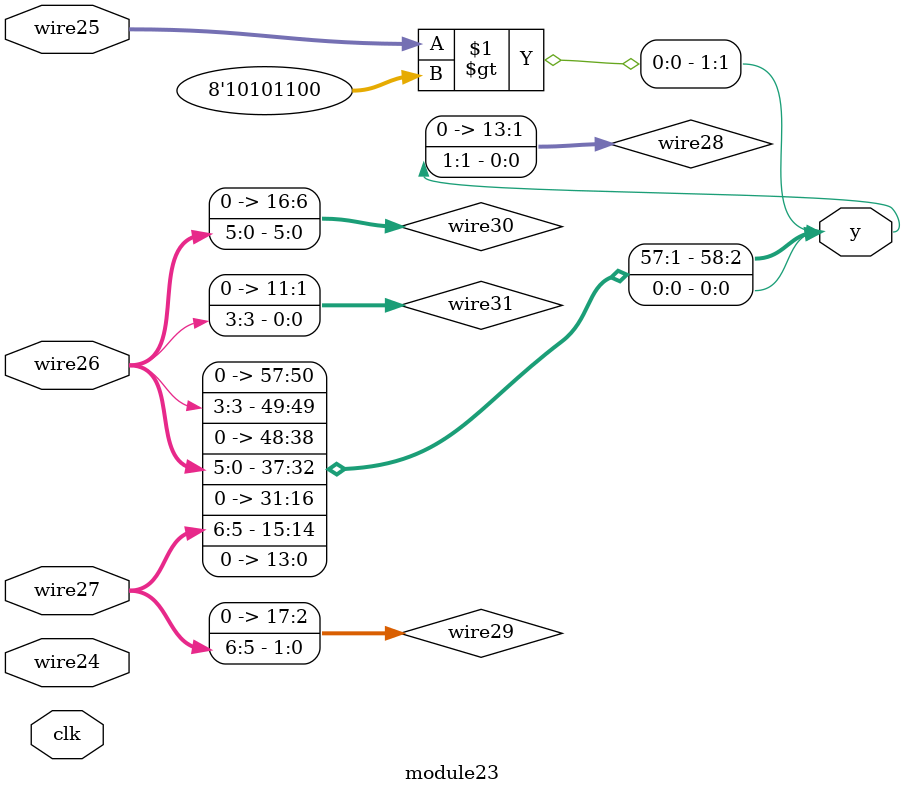
<source format=v>
module top
#(parameter param227 = ((8'ha0) >= (({((8'ha0) < (8'h9c))} ? (8'hba) : {((8'had) ? (8'ha3) : (8'hb6))}) ? (+({(8'hb2)} ? {(8'ha5), (8'hbc)} : ((8'hb8) ? (8'hb7) : (8'ha9)))) : (~^(((7'h44) ? (8'hb0) : (8'hac)) ? ((8'ha3) && (8'h9e)) : ((8'ha9) ? (8'hbd) : (8'h9d)))))))
(y, clk, wire0, wire1, wire2, wire3);
  output wire [(32'h1a0):(32'h0)] y;
  input wire [(1'h0):(1'h0)] clk;
  input wire [(5'h15):(1'h0)] wire0;
  input wire [(5'h14):(1'h0)] wire1;
  input wire signed [(4'hd):(1'h0)] wire2;
  input wire signed [(3'h6):(1'h0)] wire3;
  wire signed [(3'h7):(1'h0)] wire226;
  wire signed [(4'hf):(1'h0)] wire225;
  wire [(4'hd):(1'h0)] wire224;
  wire [(5'h13):(1'h0)] wire222;
  wire [(4'he):(1'h0)] wire221;
  wire signed [(5'h14):(1'h0)] wire220;
  wire signed [(4'hc):(1'h0)] wire219;
  wire signed [(4'hd):(1'h0)] wire218;
  wire signed [(4'h8):(1'h0)] wire217;
  wire signed [(5'h11):(1'h0)] wire216;
  wire signed [(4'hd):(1'h0)] wire215;
  wire [(5'h10):(1'h0)] wire4;
  wire signed [(5'h13):(1'h0)] wire14;
  wire signed [(5'h13):(1'h0)] wire15;
  wire [(5'h11):(1'h0)] wire16;
  wire [(4'ha):(1'h0)] wire17;
  wire [(3'h6):(1'h0)] wire209;
  wire signed [(4'hb):(1'h0)] wire211;
  wire signed [(5'h12):(1'h0)] wire212;
  wire [(5'h15):(1'h0)] wire213;
  reg [(4'hc):(1'h0)] reg223 = (1'h0);
  reg signed [(3'h6):(1'h0)] reg13 = (1'h0);
  reg [(5'h11):(1'h0)] reg12 = (1'h0);
  reg signed [(5'h15):(1'h0)] reg11 = (1'h0);
  reg [(5'h12):(1'h0)] reg10 = (1'h0);
  reg [(4'he):(1'h0)] reg9 = (1'h0);
  reg [(3'h5):(1'h0)] reg8 = (1'h0);
  reg [(5'h14):(1'h0)] reg7 = (1'h0);
  reg signed [(2'h2):(1'h0)] reg6 = (1'h0);
  reg signed [(4'hc):(1'h0)] reg5 = (1'h0);
  assign y = {wire226,
                 wire225,
                 wire224,
                 wire222,
                 wire221,
                 wire220,
                 wire219,
                 wire218,
                 wire217,
                 wire216,
                 wire215,
                 wire4,
                 wire14,
                 wire15,
                 wire16,
                 wire17,
                 wire209,
                 wire211,
                 wire212,
                 wire213,
                 reg223,
                 reg13,
                 reg12,
                 reg11,
                 reg10,
                 reg9,
                 reg8,
                 reg7,
                 reg6,
                 reg5,
                 (1'h0)};
  assign wire4 = wire1[(4'h9):(1'h1)];
  always
    @(posedge clk) begin
      if ($unsigned({$unsigned({wire4, wire0})}))
        begin
          if ((wire3[(1'h1):(1'h1)] > $unsigned($signed({{wire3, wire0},
              (wire2 <= wire3)}))))
            begin
              reg5 <= $signed((7'h42));
              reg6 <= {(~|wire4)};
              reg7 <= (^~reg5[(3'h5):(1'h1)]);
              reg8 <= ($signed($unsigned($unsigned((wire3 ^~ reg5)))) > (^{$signed((8'hab))}));
            end
          else
            begin
              reg5 <= $unsigned($signed($signed((reg7 ~^ $signed((8'hbf))))));
              reg6 <= $signed((-($unsigned(reg7[(4'hf):(4'hf)]) ?
                  wire3[(2'h3):(1'h0)] : {$signed(wire1)})));
              reg7 <= (8'hab);
            end
          reg9 <= $unsigned((wire0[(4'he):(3'h5)] <<< (reg8 & wire1)));
        end
      else
        begin
          if ($signed($unsigned((($unsigned(reg9) ?
              $signed(reg5) : (wire0 <<< wire4)) << $signed((~^(8'hb3)))))))
            begin
              reg5 <= ($signed(reg8) ? wire0 : (+wire0[(5'h15):(5'h12)]));
              reg6 <= (^~(wire0 * (wire1 ?
                  $signed((8'haf)) : $signed((reg7 < (8'haa))))));
              reg7 <= {$signed(($signed({reg8, reg5}) ~^ wire1)),
                  ((-(wire4[(4'he):(3'h6)] && (~wire3))) ~^ $unsigned(wire0[(4'hf):(4'hb)]))};
              reg8 <= ({reg6} <<< $unsigned({((^wire1) ?
                      $signed(wire4) : $unsigned(wire3)),
                  ((-(8'ha7)) ? (^reg9) : (reg8 ? wire1 : reg9))}));
            end
          else
            begin
              reg5 <= (~^(reg5 ?
                  ({{reg6}} ?
                      wire2 : ((!reg7) ? (&reg8) : $unsigned(wire2))) : wire2));
            end
          reg9 <= (~^(~&{$unsigned($signed(wire3))}));
          if (wire4)
            begin
              reg10 <= ({$unsigned($signed($signed(wire2)))} ?
                  (&($signed({wire1, reg7}) - ({wire4} ?
                      {wire4,
                          reg5} : $unsigned(wire0)))) : wire0[(3'h4):(2'h3)]);
            end
          else
            begin
              reg10 <= (({wire2, (~^$unsigned(reg5))} | ({{(8'ha6), reg10}} ?
                      $signed(((8'h9d) ?
                          (8'hb2) : reg5)) : wire2[(4'hb):(3'h6)])) ?
                  (8'ha6) : wire2);
            end
          if (((-reg6) ^ (|(wire4[(4'hc):(3'h7)] ?
              $signed($unsigned(wire3)) : $unsigned((wire1 <<< (7'h44)))))))
            begin
              reg11 <= reg9;
              reg12 <= {(((~&wire4) ?
                          $signed(((8'h9e) && (8'h9e))) : {{reg9, reg5},
                              $unsigned(reg7)}) ?
                      (wire1 ?
                          ($signed(reg10) ?
                              (wire3 ?
                                  reg5 : wire4) : (reg6 & wire4)) : (+(8'ha4))) : (8'h9e)),
                  (reg6[(1'h0):(1'h0)] ? wire4 : (7'h40))};
            end
          else
            begin
              reg11 <= ((wire3[(2'h3):(1'h0)] * wire2[(3'h5):(1'h1)]) ?
                  (reg7[(1'h1):(1'h0)] ?
                      $signed((wire2[(3'h5):(1'h0)] << (reg8 ?
                          wire0 : reg6))) : (reg6[(1'h0):(1'h0)] >= $signed($unsigned(reg6)))) : reg8);
            end
          reg13 <= (reg10[(4'h9):(3'h7)] ?
              $unsigned((reg11 || ($unsigned(reg12) ^ $unsigned(reg8)))) : (~^(reg5[(3'h7):(3'h7)] ?
                  reg11 : $unsigned(reg9))));
        end
    end
  assign wire14 = $signed(wire0);
  assign wire15 = wire4;
  assign wire16 = (~({reg13,
                          ((reg7 ? wire15 : reg8) >>> wire14[(1'h1):(1'h0)])} ?
                      ($signed((wire3 ? reg6 : reg13)) ?
                          wire2[(4'ha):(2'h2)] : $unsigned($signed(reg6))) : $signed(((~^reg11) | reg9[(4'he):(3'h6)]))));
  assign wire17 = (($signed((+(wire14 ?
                      wire16 : (8'hae)))) && {$unsigned($signed(reg9)),
                      ($signed(wire16) >> (wire1 + (8'h9e)))}) <= {(!wire2[(4'h9):(4'h9)])});
  module18 #() modinst210 (.wire21(reg12), .wire20(wire16), .wire19(wire15), .y(wire209), .clk(clk), .wire22(reg11));
  assign wire211 = wire0[(4'hb):(3'h5)];
  assign wire212 = ({reg13, wire1} ?
                       (^~($unsigned(reg7[(4'h8):(1'h1)]) >> (&wire14))) : ({wire16[(2'h2):(2'h2)]} ?
                           $signed((~|wire2)) : wire2[(1'h0):(1'h0)]));
  module37 #() modinst214 (wire213, clk, reg13, wire14, wire211, reg7, wire16);
  assign wire215 = wire0[(4'h8):(2'h3)];
  assign wire216 = $signed(reg8);
  assign wire217 = (8'hb2);
  assign wire218 = {(reg13[(1'h0):(1'h0)] <<< wire3[(3'h6):(3'h6)])};
  assign wire219 = ((&{({wire15, reg8} != (^~(8'h9c))), (~^reg11)}) ?
                       $signed($signed(wire217)) : wire14);
  assign wire220 = (&({$unsigned((reg12 ? wire209 : reg5))} ?
                       (reg13 + $signed($signed(wire217))) : (^$unsigned((~|reg8)))));
  assign wire221 = reg8;
  assign wire222 = reg8[(2'h3):(1'h1)];
  always
    @(posedge clk) begin
      reg223 <= $signed(reg12[(4'h8):(2'h3)]);
    end
  assign wire224 = (~|wire17);
  assign wire225 = reg8;
  assign wire226 = ((&(wire215[(1'h0):(1'h0)] || $unsigned(wire14[(4'hf):(4'hd)]))) ?
                       wire212 : wire211);
endmodule

module module18  (y, clk, wire22, wire21, wire20, wire19);
  output wire [(32'h1fe):(32'h0)] y;
  input wire [(1'h0):(1'h0)] clk;
  input wire [(5'h14):(1'h0)] wire22;
  input wire [(5'h11):(1'h0)] wire21;
  input wire signed [(4'hb):(1'h0)] wire20;
  input wire [(5'h13):(1'h0)] wire19;
  wire signed [(2'h3):(1'h0)] wire208;
  wire signed [(3'h7):(1'h0)] wire207;
  wire signed [(5'h10):(1'h0)] wire206;
  wire signed [(3'h4):(1'h0)] wire107;
  wire signed [(4'h9):(1'h0)] wire36;
  wire signed [(4'h9):(1'h0)] wire34;
  wire [(5'h14):(1'h0)] wire109;
  wire signed [(4'hd):(1'h0)] wire110;
  wire [(4'hb):(1'h0)] wire125;
  wire signed [(2'h3):(1'h0)] wire126;
  wire signed [(4'hf):(1'h0)] wire127;
  wire signed [(3'h7):(1'h0)] wire145;
  wire [(4'hf):(1'h0)] wire147;
  wire signed [(4'hd):(1'h0)] wire148;
  wire [(4'ha):(1'h0)] wire149;
  wire [(2'h3):(1'h0)] wire162;
  wire [(4'hd):(1'h0)] wire164;
  wire signed [(3'h7):(1'h0)] wire165;
  wire signed [(4'h8):(1'h0)] wire204;
  reg signed [(4'h9):(1'h0)] reg163 = (1'h0);
  reg signed [(2'h2):(1'h0)] reg161 = (1'h0);
  reg signed [(4'h8):(1'h0)] reg160 = (1'h0);
  reg [(2'h2):(1'h0)] reg159 = (1'h0);
  reg [(5'h13):(1'h0)] reg158 = (1'h0);
  reg signed [(3'h7):(1'h0)] reg157 = (1'h0);
  reg signed [(3'h7):(1'h0)] reg156 = (1'h0);
  reg signed [(4'he):(1'h0)] reg155 = (1'h0);
  reg [(4'h8):(1'h0)] reg154 = (1'h0);
  reg signed [(5'h13):(1'h0)] reg153 = (1'h0);
  reg signed [(5'h11):(1'h0)] reg152 = (1'h0);
  reg signed [(3'h6):(1'h0)] reg151 = (1'h0);
  reg [(5'h12):(1'h0)] reg150 = (1'h0);
  reg signed [(5'h14):(1'h0)] reg128 = (1'h0);
  reg signed [(4'hd):(1'h0)] reg124 = (1'h0);
  reg signed [(4'h9):(1'h0)] reg123 = (1'h0);
  reg signed [(5'h12):(1'h0)] reg122 = (1'h0);
  reg signed [(2'h2):(1'h0)] reg121 = (1'h0);
  reg signed [(5'h13):(1'h0)] reg120 = (1'h0);
  reg [(5'h14):(1'h0)] reg119 = (1'h0);
  reg [(3'h7):(1'h0)] reg118 = (1'h0);
  reg [(3'h5):(1'h0)] reg117 = (1'h0);
  reg [(4'he):(1'h0)] reg116 = (1'h0);
  reg [(4'h9):(1'h0)] reg115 = (1'h0);
  reg signed [(4'he):(1'h0)] reg114 = (1'h0);
  reg [(4'hd):(1'h0)] reg113 = (1'h0);
  reg signed [(4'hf):(1'h0)] reg112 = (1'h0);
  reg signed [(4'h9):(1'h0)] reg111 = (1'h0);
  assign y = {wire208,
                 wire207,
                 wire206,
                 wire107,
                 wire36,
                 wire34,
                 wire109,
                 wire110,
                 wire125,
                 wire126,
                 wire127,
                 wire145,
                 wire147,
                 wire148,
                 wire149,
                 wire162,
                 wire164,
                 wire165,
                 wire204,
                 reg163,
                 reg161,
                 reg160,
                 reg159,
                 reg158,
                 reg157,
                 reg156,
                 reg155,
                 reg154,
                 reg153,
                 reg152,
                 reg151,
                 reg150,
                 reg128,
                 reg124,
                 reg123,
                 reg122,
                 reg121,
                 reg120,
                 reg119,
                 reg118,
                 reg117,
                 reg116,
                 reg115,
                 reg114,
                 reg113,
                 reg112,
                 reg111,
                 (1'h0)};
  module23 #() modinst35 (.wire24(wire19), .y(wire34), .clk(clk), .wire27(wire22), .wire26(wire20), .wire25(wire21));
  assign wire36 = $unsigned(wire20[(1'h0):(1'h0)]);
  module37 #() modinst108 (wire107, clk, wire22, wire20, wire19, wire34, wire21);
  assign wire109 = (($unsigned($signed($unsigned(wire34))) ?
                       ((~$unsigned(wire22)) - ($unsigned(wire21) == (~&wire20))) : wire36) == $signed(wire19[(4'hb):(2'h2)]));
  assign wire110 = $unsigned(((wire21 != ((^~wire36) ?
                       (wire19 <= wire107) : wire107[(3'h4):(1'h1)])) >= (wire20 | (((8'ha5) << wire19) ?
                       (8'hbd) : $unsigned(wire21)))));
  always
    @(posedge clk) begin
      reg111 <= (~&(({(&wire107), (wire19 ? (8'hb8) : wire21)} ?
          ({(8'hb5)} ? {wire107, (7'h44)} : {wire36, wire36}) : ((+wire107) ?
              $signed(wire110) : $signed(wire19))) <= wire34[(3'h6):(3'h5)]));
      if ({$unsigned(($unsigned($signed(wire19)) ?
              ((&wire34) ? (!wire34) : {wire22, wire109}) : wire19))})
        begin
          if (wire21[(4'he):(3'h5)])
            begin
              reg112 <= $unsigned($unsigned(wire36));
            end
          else
            begin
              reg112 <= (wire36 ? wire21[(4'hf):(4'ha)] : $signed(wire22));
              reg113 <= (wire36 ?
                  ($unsigned((~&(reg112 >> wire21))) ?
                      reg112[(4'hc):(3'h4)] : wire109[(2'h3):(2'h3)]) : (-reg111[(3'h6):(2'h2)]));
            end
          reg114 <= ($unsigned(((^~(reg111 ? wire20 : wire21)) ?
                  reg113[(4'hc):(3'h6)] : $signed(wire36[(1'h1):(1'h1)]))) ?
              (|reg112[(1'h1):(1'h0)]) : wire34);
          reg115 <= reg112;
        end
      else
        begin
          reg112 <= $signed($signed($signed(reg115[(1'h0):(1'h0)])));
          if ($signed($unsigned(((~&{wire21}) >> reg114[(4'hc):(3'h7)]))))
            begin
              reg113 <= $unsigned($unsigned($unsigned($signed(wire34[(4'h9):(3'h7)]))));
              reg114 <= (-reg113[(4'h8):(1'h1)]);
              reg115 <= wire36[(3'h6):(3'h4)];
              reg116 <= wire19;
            end
          else
            begin
              reg113 <= (wire107 ?
                  wire21[(5'h10):(5'h10)] : ((^(wire36[(3'h7):(1'h1)] && $signed((8'hb2)))) ?
                      (&$unsigned((^~(8'h9e)))) : reg112));
              reg114 <= $signed($signed($unsigned($signed($signed(wire107)))));
            end
          reg117 <= ((!(reg115 > (((8'hb3) ? (8'hbe) : reg112) <= {reg115}))) ?
              $signed(((^(wire110 || wire20)) < (^(wire20 ?
                  (8'had) : reg115)))) : $signed(wire36[(3'h5):(2'h3)]));
          reg118 <= reg115[(1'h0):(1'h0)];
          reg119 <= ((^~($signed($signed(wire19)) ?
                  wire20 : $signed((!reg117)))) ?
              wire19[(3'h6):(2'h3)] : (wire34 ?
                  $unsigned(reg111) : (wire109[(3'h5):(1'h1)] >>> (wire22 ?
                      reg113[(4'h9):(3'h4)] : $unsigned(wire19)))));
        end
      if ((wire21[(5'h10):(4'h9)] ?
          (wire34[(3'h7):(2'h3)] >>> reg115[(2'h2):(2'h2)]) : (^reg112)))
        begin
          reg120 <= wire109;
          reg121 <= wire21;
          reg122 <= {(!($signed((^reg117)) ?
                  reg121[(1'h0):(1'h0)] : reg120[(3'h6):(2'h2)]))};
        end
      else
        begin
          if (($unsigned(wire107[(2'h2):(2'h2)]) >>> {reg115}))
            begin
              reg120 <= ($signed(wire19) && $signed($signed(wire22[(5'h11):(3'h7)])));
              reg121 <= wire34[(4'h8):(2'h2)];
              reg122 <= reg111;
              reg123 <= (~{(~&((reg122 ~^ (8'ha6)) - $unsigned(reg121)))});
            end
          else
            begin
              reg120 <= (|{($signed($unsigned(reg116)) ?
                      ($unsigned(wire21) ?
                          reg111 : wire22[(5'h14):(4'h8)]) : reg116[(1'h0):(1'h0)]),
                  (((reg123 ? reg120 : reg118) ?
                          $signed(reg112) : $signed(wire19)) ?
                      ((~&reg115) <= $unsigned(wire19)) : wire107)});
              reg121 <= reg113[(3'h4):(2'h3)];
              reg122 <= ($signed((^~(!(reg117 + wire34)))) ?
                  (&$unsigned(({(7'h41), reg122} ?
                      (reg115 ?
                          wire21 : reg111) : $signed(reg111)))) : wire110[(4'h9):(3'h5)]);
            end
        end
      reg124 <= (~&(^reg118[(2'h3):(1'h1)]));
    end
  assign wire125 = (^~(reg118[(3'h5):(3'h4)] * {reg114[(3'h4):(2'h3)]}));
  assign wire126 = $unsigned((reg114[(2'h3):(1'h0)] + $signed(({reg116,
                       reg117} != wire125))));
  assign wire127 = reg124[(1'h1):(1'h1)];
  always
    @(posedge clk) begin
      reg128 <= ($signed($unsigned(($signed(wire22) ?
          wire22[(3'h4):(1'h1)] : reg118))) >= ((8'ha4) >>> reg118));
    end
  module129 #() modinst146 (wire145, clk, reg115, wire20, wire109, reg124);
  assign wire147 = reg122;
  assign wire148 = wire107[(1'h1):(1'h1)];
  assign wire149 = (($unsigned((reg121[(1'h1):(1'h1)] ?
                               (reg113 ^~ reg113) : reg114[(3'h4):(2'h3)])) ?
                           (|((reg116 || reg112) ?
                               ((7'h41) ? wire21 : wire147) : (wire145 ?
                                   reg124 : wire110))) : {(&(reg114 & reg111))}) ?
                       wire20[(4'ha):(4'ha)] : ((({reg118} && wire36[(1'h1):(1'h0)]) ?
                           $unsigned({reg117, wire36}) : {(reg111 ?
                                   wire34 : wire22),
                               $unsigned(wire22)}) <<< $signed(({(7'h42)} ^~ wire20))));
  always
    @(posedge clk) begin
      reg150 <= (~&wire109);
      if ($signed(((~&($unsigned(reg119) >>> $signed((8'hb4)))) ?
          ($unsigned($unsigned(reg119)) | reg114) : reg118)))
        begin
          reg151 <= (7'h41);
          if ((~|reg151))
            begin
              reg152 <= ((~$unsigned(wire127)) ^ reg118[(3'h6):(1'h0)]);
              reg153 <= wire36[(3'h6):(1'h0)];
            end
          else
            begin
              reg152 <= ($unsigned(wire125[(4'hb):(4'hb)]) ?
                  wire22[(1'h0):(1'h0)] : reg122);
              reg153 <= ((~(wire20 == $signed($signed(reg112)))) ?
                  {wire34[(4'h9):(3'h6)]} : ((^~wire109[(4'hb):(1'h0)]) * (wire125 != reg121)));
              reg154 <= (reg122[(3'h4):(2'h2)] ?
                  reg114[(4'h8):(1'h1)] : (reg153 && reg119[(4'hf):(2'h2)]));
            end
          reg155 <= reg120;
          reg156 <= $signed(((^~$unsigned((reg115 ? wire127 : (8'ha1)))) ?
              $unsigned($unsigned({wire126, (8'hb0)})) : (reg152 ?
                  $unsigned(((8'ha4) ? (7'h44) : (8'hbb))) : wire22)));
          reg157 <= wire22;
        end
      else
        begin
          reg151 <= (~|(reg117 ?
              $unsigned(reg122) : $unsigned(($signed(wire148) ?
                  wire34[(2'h2):(2'h2)] : (wire148 ? reg120 : reg157)))));
          if ((((wire147 ?
              reg114[(2'h2):(1'h1)] : ((!wire110) ?
                  $unsigned(wire36) : {wire126,
                      (8'hae)})) || wire145) || ((-reg154[(3'h5):(3'h4)]) ?
              ((~^(reg157 ?
                  reg155 : reg117)) > reg157[(1'h1):(1'h0)]) : wire125)))
            begin
              reg152 <= ({(!$signed(reg151))} == $unsigned(((-$signed(wire126)) ?
                  reg151[(3'h5):(2'h2)] : (~$unsigned((8'hb9))))));
              reg153 <= $unsigned(reg118[(3'h4):(2'h3)]);
              reg154 <= $signed((reg156[(3'h7):(3'h4)] * wire125[(4'h8):(3'h7)]));
              reg155 <= wire34[(2'h2):(2'h2)];
              reg156 <= ({$signed(({wire107, wire148} ?
                      wire22 : (reg151 ^~ reg152)))} > $signed(wire125));
            end
          else
            begin
              reg152 <= $signed((!$signed(reg150[(5'h12):(2'h3)])));
              reg153 <= (~|$signed($signed((|$signed(reg120)))));
              reg154 <= ({reg156, reg123} ?
                  ((reg116[(4'ha):(1'h0)] ?
                      ((reg121 ?
                          wire110 : wire34) < $signed(wire125)) : ((reg114 ?
                              reg113 : (8'ha7)) ?
                          wire21[(4'h9):(1'h0)] : $unsigned(reg111))) && wire109) : $unsigned((~(((8'ha8) ?
                      (8'had) : reg121) * ((8'haf) <<< reg123)))));
              reg155 <= $signed((^~$unsigned($signed((reg118 << reg111)))));
              reg156 <= (-$signed($unsigned($signed(((8'ha0) != reg155)))));
            end
          reg157 <= ((^~{{{wire148}, reg114[(4'he):(2'h2)]}, {reg116}}) ?
              $signed({reg116}) : wire127);
          reg158 <= (~&(((8'ha9) ?
                  (^$signed(wire109)) : $signed((reg153 ? reg118 : wire20))) ?
              (|$signed((!wire22))) : $signed(((^~reg128) ?
                  ((8'ha2) >> reg120) : (~|wire147)))));
          reg159 <= (({(7'h41)} ?
              $unsigned(reg124) : (wire109[(5'h12):(4'hf)] ?
                  reg113 : ({reg151,
                      (8'ha6)} * wire110[(1'h1):(1'h1)]))) << $signed($unsigned(reg158)));
        end
      reg160 <= (^~($unsigned($unsigned(reg157)) ?
          $signed(((reg150 != (8'hb1)) || wire110)) : reg159[(1'h0):(1'h0)]));
      reg161 <= wire127;
    end
  assign wire162 = (+$unsigned($unsigned({reg111})));
  always
    @(posedge clk) begin
      reg163 <= wire125;
    end
  assign wire164 = reg160;
  assign wire165 = ($unsigned($unsigned(((~reg118) <= reg151))) < {(^~reg119)});
  module166 #() modinst205 (.clk(clk), .wire169(wire19), .wire171(reg120), .wire168(wire109), .wire170(wire165), .y(wire204), .wire167(reg116));
  assign wire206 = reg114[(1'h0):(1'h0)];
  assign wire207 = (({((reg123 ? reg150 : reg117) ^~ (^wire149)),
                               (wire165 ?
                                   (|reg153) : ((8'haa) ? (8'hbd) : (8'hac)))} ?
                           {{(reg117 ? (7'h44) : wire164)}} : (8'ha4)) ?
                       reg150 : reg123[(3'h5):(3'h4)]);
  assign wire208 = (((|(reg156 ^~ (!reg121))) ?
                       (~^($signed(reg120) ?
                           (reg117 ?
                               wire36 : wire126) : $signed(wire125))) : ((^(+reg157)) ?
                           (wire162 ?
                               wire34[(4'h9):(4'h8)] : wire147[(4'ha):(1'h0)]) : $unsigned(wire145[(3'h5):(2'h2)]))) <= {(~|wire207[(3'h6):(2'h2)]),
                       {wire145[(2'h2):(2'h2)], $unsigned($signed((8'ha0)))}});
endmodule

module module166
#(parameter param203 = (~{((((7'h40) >>> (8'ha5)) ? (~&(8'hac)) : {(8'haf)}) >>> (-((8'hbb) ? (8'ha2) : (8'hbf))))}))
(y, clk, wire171, wire170, wire169, wire168, wire167);
  output wire [(32'h139):(32'h0)] y;
  input wire [(1'h0):(1'h0)] clk;
  input wire signed [(5'h13):(1'h0)] wire171;
  input wire signed [(2'h3):(1'h0)] wire170;
  input wire signed [(3'h6):(1'h0)] wire169;
  input wire signed [(4'ha):(1'h0)] wire168;
  input wire signed [(4'hc):(1'h0)] wire167;
  wire [(3'h6):(1'h0)] wire201;
  wire [(3'h5):(1'h0)] wire200;
  wire signed [(4'he):(1'h0)] wire174;
  wire [(3'h6):(1'h0)] wire173;
  wire [(4'hc):(1'h0)] wire172;
  reg [(3'h5):(1'h0)] reg202 = (1'h0);
  reg [(3'h7):(1'h0)] reg199 = (1'h0);
  reg signed [(5'h10):(1'h0)] reg198 = (1'h0);
  reg signed [(4'hc):(1'h0)] reg197 = (1'h0);
  reg [(4'h8):(1'h0)] reg196 = (1'h0);
  reg signed [(4'h8):(1'h0)] reg195 = (1'h0);
  reg [(4'h9):(1'h0)] reg194 = (1'h0);
  reg signed [(4'he):(1'h0)] reg193 = (1'h0);
  reg signed [(4'hc):(1'h0)] reg192 = (1'h0);
  reg signed [(4'hc):(1'h0)] reg191 = (1'h0);
  reg [(5'h12):(1'h0)] reg190 = (1'h0);
  reg signed [(5'h12):(1'h0)] reg189 = (1'h0);
  reg [(5'h14):(1'h0)] reg188 = (1'h0);
  reg [(4'h8):(1'h0)] reg187 = (1'h0);
  reg [(4'hf):(1'h0)] reg186 = (1'h0);
  reg signed [(2'h2):(1'h0)] reg185 = (1'h0);
  reg signed [(4'h9):(1'h0)] reg184 = (1'h0);
  reg signed [(4'h8):(1'h0)] reg183 = (1'h0);
  reg signed [(4'h9):(1'h0)] reg182 = (1'h0);
  reg [(4'ha):(1'h0)] reg181 = (1'h0);
  reg signed [(2'h2):(1'h0)] reg180 = (1'h0);
  reg [(4'hc):(1'h0)] reg179 = (1'h0);
  reg [(3'h6):(1'h0)] reg178 = (1'h0);
  reg signed [(4'hf):(1'h0)] reg177 = (1'h0);
  reg signed [(4'h9):(1'h0)] reg176 = (1'h0);
  reg [(3'h5):(1'h0)] reg175 = (1'h0);
  assign y = {wire201,
                 wire200,
                 wire174,
                 wire173,
                 wire172,
                 reg202,
                 reg199,
                 reg198,
                 reg197,
                 reg196,
                 reg195,
                 reg194,
                 reg193,
                 reg192,
                 reg191,
                 reg190,
                 reg189,
                 reg188,
                 reg187,
                 reg186,
                 reg185,
                 reg184,
                 reg183,
                 reg182,
                 reg181,
                 reg180,
                 reg179,
                 reg178,
                 reg177,
                 reg176,
                 reg175,
                 (1'h0)};
  assign wire172 = wire167[(2'h3):(2'h2)];
  assign wire173 = {wire167};
  assign wire174 = wire168[(1'h0):(1'h0)];
  always
    @(posedge clk) begin
      reg175 <= $unsigned($unsigned({wire167[(4'hc):(4'hc)],
          ((wire170 ? wire173 : (7'h44)) ^~ (wire169 >> wire171))}));
      reg176 <= wire167[(2'h3):(1'h0)];
      if (wire173[(3'h6):(1'h1)])
        begin
          reg177 <= wire172[(4'hc):(4'h9)];
          reg178 <= {wire174[(4'ha):(4'ha)], wire173};
          reg179 <= wire167;
          if (wire170[(1'h0):(1'h0)])
            begin
              reg180 <= $signed(((((8'ha5) ?
                      (8'ha9) : (8'hb7)) <= (wire173 << $signed(reg175))) ?
                  $unsigned(({(8'hb3), wire171} ?
                      wire167 : (wire170 ?
                          wire172 : wire173))) : $unsigned($unsigned($unsigned(wire174)))));
            end
          else
            begin
              reg180 <= ((reg179 << {(~^wire173[(3'h5):(1'h0)]),
                  wire172}) != (wire168[(2'h3):(1'h0)] ?
                  $signed($unsigned(wire169[(1'h1):(1'h1)])) : (-(reg176 | {wire171}))));
              reg181 <= $unsigned(wire173[(2'h2):(1'h1)]);
              reg182 <= reg176[(2'h2):(2'h2)];
            end
          reg183 <= (reg176 ?
              $signed((wire168 * (~&$signed(wire171)))) : $unsigned($signed((~(~^wire171)))));
        end
      else
        begin
          reg177 <= wire174;
          if ({$unsigned({($signed(reg175) >>> $unsigned((8'ha0))),
                  reg181[(3'h4):(2'h3)]}),
              ($signed(($signed(wire170) ?
                  reg179[(4'ha):(4'ha)] : (reg181 + (7'h41)))) >= {({(8'hbd),
                          reg177} ?
                      (reg178 ? reg177 : wire172) : (reg176 && (8'hb3))),
                  (~|reg178)})})
            begin
              reg178 <= (&reg179);
              reg179 <= $signed(wire172);
            end
          else
            begin
              reg178 <= wire167[(3'h7):(3'h7)];
              reg179 <= $signed(wire174[(3'h4):(3'h4)]);
              reg180 <= $unsigned(wire170[(2'h3):(2'h2)]);
              reg181 <= reg177[(3'h5):(1'h1)];
              reg182 <= (~&wire169);
            end
        end
      if (reg175)
        begin
          reg184 <= reg181;
          reg185 <= $unsigned((8'haa));
          reg186 <= ($unsigned(reg179) ?
              $signed((reg183[(2'h2):(1'h1)] ?
                  $unsigned((+(8'hb0))) : reg183)) : wire167);
          if (($signed(reg184[(1'h1):(1'h0)]) ?
              $signed(($signed((8'hb8)) ?
                  ((reg183 >= reg175) ?
                      (^wire168) : {(8'hae),
                          reg186}) : reg179[(4'hb):(3'h6)])) : $unsigned(({(reg179 | reg182)} ?
                  $signed(((7'h43) | reg182)) : wire168))))
            begin
              reg187 <= reg185[(2'h2):(2'h2)];
              reg188 <= $unsigned(reg181);
            end
          else
            begin
              reg187 <= $unsigned(($signed(reg188[(4'h9):(2'h2)]) ?
                  (((^~reg186) != $signed((8'ha9))) || (8'haf)) : {reg175[(1'h0):(1'h0)]}));
            end
        end
      else
        begin
          reg184 <= ({(~&((wire172 > (8'hb1)) & reg177))} >> (!wire171[(2'h3):(2'h2)]));
        end
      if (reg187)
        begin
          reg189 <= reg181;
          reg190 <= (({($signed(reg180) - $unsigned(wire170))} > wire170[(2'h2):(1'h0)]) ^~ $signed(($signed($signed(reg176)) && $signed(((8'hbf) ?
              reg189 : (8'h9c))))));
          reg191 <= reg175;
          if (($unsigned($signed($signed((reg178 ^~ (8'hbe))))) ?
              (((~((8'hae) ? reg188 : (8'ha7))) && $signed($signed(reg182))) ?
                  $unsigned(($unsigned((8'hbb)) ?
                      (reg175 ^ wire172) : wire167)) : wire170[(1'h0):(1'h0)]) : wire167[(1'h0):(1'h0)]))
            begin
              reg192 <= reg177;
              reg193 <= (|reg185[(1'h0):(1'h0)]);
              reg194 <= $signed(((~|(((8'ha1) ? reg182 : wire168) ?
                  (reg189 ?
                      reg193 : (8'hbc)) : (+reg189))) <= ($unsigned((reg176 ?
                  reg177 : wire169)) <= (reg180[(1'h0):(1'h0)] ?
                  (reg188 ~^ (8'hb7)) : (~wire172)))));
            end
          else
            begin
              reg192 <= $unsigned(reg189[(2'h3):(2'h2)]);
            end
          reg195 <= ((reg177 ^~ {reg187}) & (reg191 ?
              $signed($unsigned((reg192 ? reg181 : reg175))) : (((reg192 ?
                      wire168 : reg189) ?
                  {reg180, reg190} : reg176) ^~ $unsigned({wire172}))));
        end
      else
        begin
          reg189 <= ((reg184[(4'h8):(3'h7)] ?
              (wire169 ? (8'ha1) : (7'h42)) : ($unsigned((reg176 ?
                      reg188 : reg187)) ?
                  $signed(wire170) : wire169)) | (wire170[(1'h0):(1'h0)] ?
              reg179[(2'h2):(1'h0)] : $unsigned(wire174)));
          reg190 <= ((-reg188) * (^~reg183));
          if (wire174[(4'ha):(4'ha)])
            begin
              reg191 <= (reg176[(3'h5):(3'h4)] ?
                  reg183[(4'h8):(4'h8)] : (8'hbb));
              reg192 <= (~|(reg194[(3'h6):(1'h1)] ?
                  ($unsigned({(8'h9d), reg181}) ?
                      reg181 : reg187) : $signed($signed(reg175))));
            end
          else
            begin
              reg191 <= ((&({reg193[(4'h8):(3'h7)]} ?
                  ($unsigned((8'ha2)) ?
                      wire172 : reg177[(2'h2):(1'h0)]) : (~|$signed(reg191)))) <= reg182);
              reg192 <= (&reg183);
              reg193 <= $signed($signed((-$unsigned($signed((8'h9d))))));
            end
          if ((^(wire173[(2'h2):(1'h0)] < reg187)))
            begin
              reg194 <= $signed(reg187[(3'h4):(1'h0)]);
              reg195 <= $signed({reg176});
              reg196 <= ($signed($signed(reg177[(4'hb):(4'h9)])) ^~ reg190);
            end
          else
            begin
              reg194 <= reg181;
              reg195 <= ({{($signed(reg191) ?
                              (reg192 ~^ reg183) : (reg188 ? reg193 : wire170)),
                          (+$signed(reg177))}} ?
                  (~wire174[(4'hb):(3'h5)]) : $signed({($unsigned(reg184) ?
                          wire169[(3'h4):(2'h3)] : reg193[(1'h0):(1'h0)]),
                      $unsigned((8'ha0))}));
              reg196 <= reg188;
              reg197 <= $unsigned(wire171[(1'h0):(1'h0)]);
              reg198 <= wire168[(4'h9):(3'h5)];
            end
          reg199 <= $unsigned(((-{wire174[(4'hb):(3'h7)]}) ?
              reg176[(3'h6):(2'h2)] : ($signed(reg198[(4'ha):(4'ha)]) ?
                  $signed((&reg192)) : ($signed(wire167) ?
                      reg185[(2'h2):(1'h0)] : reg192[(3'h6):(2'h3)]))));
        end
    end
  assign wire200 = (($signed((|{reg180})) | $signed(reg197)) ?
                       (reg179 <= reg177[(4'hd):(4'ha)]) : {$signed(reg188[(5'h13):(3'h5)]),
                           (((reg186 & reg175) ? $signed((8'hbd)) : reg188) ?
                               $unsigned(reg199) : (7'h44))});
  assign wire201 = $signed($signed($unsigned((~|reg176))));
  always
    @(posedge clk) begin
      reg202 <= ((reg198 ? (8'h9e) : $unsigned(wire168)) ?
          $signed($signed(reg194)) : {(reg189[(4'ha):(4'h9)] ?
                  ($unsigned((8'ha8)) - (reg189 ?
                      (8'ha7) : reg180)) : (~&reg178[(2'h2):(1'h1)])),
              $unsigned((((8'hae) ? reg194 : wire172) ~^ $signed((8'hb2))))});
    end
endmodule

module module129  (y, clk, wire133, wire132, wire131, wire130);
  output wire [(32'h94):(32'h0)] y;
  input wire [(1'h0):(1'h0)] clk;
  input wire [(4'h9):(1'h0)] wire133;
  input wire signed [(3'h5):(1'h0)] wire132;
  input wire signed [(5'h14):(1'h0)] wire131;
  input wire signed [(4'hd):(1'h0)] wire130;
  wire [(3'h4):(1'h0)] wire144;
  wire signed [(4'hf):(1'h0)] wire143;
  wire signed [(5'h14):(1'h0)] wire142;
  wire [(5'h14):(1'h0)] wire141;
  wire signed [(5'h10):(1'h0)] wire140;
  wire [(3'h4):(1'h0)] wire139;
  wire signed [(5'h12):(1'h0)] wire138;
  wire signed [(4'hf):(1'h0)] wire137;
  wire signed [(5'h14):(1'h0)] wire136;
  wire [(4'hd):(1'h0)] wire135;
  wire [(2'h2):(1'h0)] wire134;
  assign y = {wire144,
                 wire143,
                 wire142,
                 wire141,
                 wire140,
                 wire139,
                 wire138,
                 wire137,
                 wire136,
                 wire135,
                 wire134,
                 (1'h0)};
  assign wire134 = (+(^(~(|$unsigned(wire133)))));
  assign wire135 = $unsigned({($unsigned(wire130[(1'h1):(1'h1)]) ?
                           $unsigned((wire132 ?
                               wire132 : wire134)) : wire133)});
  assign wire136 = $unsigned((8'ha7));
  assign wire137 = wire130;
  assign wire138 = wire135[(4'hb):(1'h1)];
  assign wire139 = wire134[(1'h0):(1'h0)];
  assign wire140 = $signed((~((((8'hab) ?
                       wire131 : wire137) & wire137) != (~|{(8'had),
                       wire138}))));
  assign wire141 = ({$signed(wire134)} + (^$unsigned($signed(wire138))));
  assign wire142 = wire136[(4'hd):(3'h5)];
  assign wire143 = (wire141[(1'h0):(1'h0)] ?
                       wire134 : ($unsigned((wire132 >> (wire139 ?
                               (8'hb0) : (8'ha9)))) ?
                           wire140 : (|wire133)));
  assign wire144 = (({wire131, $unsigned({wire143, wire131})} > {(&(wire135 ?
                           wire131 : wire142)),
                       {(-wire130)}}) >= $unsigned($signed({(^wire137),
                       wire133[(1'h1):(1'h0)]})));
endmodule

module module37  (y, clk, wire42, wire41, wire40, wire39, wire38);
  output wire [(32'h326):(32'h0)] y;
  input wire [(1'h0):(1'h0)] clk;
  input wire [(3'h6):(1'h0)] wire42;
  input wire signed [(4'h9):(1'h0)] wire41;
  input wire signed [(4'h8):(1'h0)] wire40;
  input wire [(4'h9):(1'h0)] wire39;
  input wire [(2'h3):(1'h0)] wire38;
  wire signed [(3'h5):(1'h0)] wire106;
  wire [(5'h15):(1'h0)] wire105;
  wire signed [(4'he):(1'h0)] wire104;
  wire [(3'h5):(1'h0)] wire103;
  wire [(5'h15):(1'h0)] wire102;
  wire [(4'hc):(1'h0)] wire78;
  wire signed [(4'ha):(1'h0)] wire77;
  wire [(3'h7):(1'h0)] wire62;
  wire signed [(5'h10):(1'h0)] wire61;
  wire [(5'h14):(1'h0)] wire60;
  wire signed [(5'h14):(1'h0)] wire59;
  wire signed [(5'h12):(1'h0)] wire58;
  wire [(4'hb):(1'h0)] wire57;
  wire signed [(4'hd):(1'h0)] wire46;
  wire signed [(2'h2):(1'h0)] wire45;
  wire signed [(4'hd):(1'h0)] wire44;
  wire signed [(4'hd):(1'h0)] wire43;
  reg [(5'h11):(1'h0)] reg101 = (1'h0);
  reg [(4'ha):(1'h0)] reg100 = (1'h0);
  reg signed [(5'h11):(1'h0)] reg99 = (1'h0);
  reg [(4'h9):(1'h0)] reg98 = (1'h0);
  reg signed [(3'h5):(1'h0)] reg97 = (1'h0);
  reg [(5'h14):(1'h0)] reg96 = (1'h0);
  reg [(5'h11):(1'h0)] reg95 = (1'h0);
  reg [(5'h15):(1'h0)] reg94 = (1'h0);
  reg [(3'h4):(1'h0)] reg93 = (1'h0);
  reg [(4'h9):(1'h0)] reg92 = (1'h0);
  reg signed [(5'h13):(1'h0)] reg91 = (1'h0);
  reg [(2'h2):(1'h0)] reg90 = (1'h0);
  reg [(3'h7):(1'h0)] reg89 = (1'h0);
  reg [(4'ha):(1'h0)] reg88 = (1'h0);
  reg [(5'h14):(1'h0)] reg87 = (1'h0);
  reg [(4'h8):(1'h0)] reg86 = (1'h0);
  reg [(4'hd):(1'h0)] reg85 = (1'h0);
  reg [(3'h6):(1'h0)] reg84 = (1'h0);
  reg signed [(4'hd):(1'h0)] reg83 = (1'h0);
  reg signed [(5'h11):(1'h0)] reg82 = (1'h0);
  reg [(4'ha):(1'h0)] reg81 = (1'h0);
  reg signed [(5'h13):(1'h0)] reg80 = (1'h0);
  reg [(4'he):(1'h0)] reg79 = (1'h0);
  reg [(5'h15):(1'h0)] reg76 = (1'h0);
  reg [(4'h8):(1'h0)] reg75 = (1'h0);
  reg [(3'h7):(1'h0)] reg74 = (1'h0);
  reg signed [(5'h13):(1'h0)] reg73 = (1'h0);
  reg [(4'he):(1'h0)] reg72 = (1'h0);
  reg signed [(3'h4):(1'h0)] reg71 = (1'h0);
  reg [(5'h11):(1'h0)] reg70 = (1'h0);
  reg signed [(5'h13):(1'h0)] reg69 = (1'h0);
  reg [(3'h5):(1'h0)] reg68 = (1'h0);
  reg [(3'h7):(1'h0)] reg67 = (1'h0);
  reg [(3'h4):(1'h0)] reg66 = (1'h0);
  reg [(5'h11):(1'h0)] reg65 = (1'h0);
  reg [(5'h15):(1'h0)] reg64 = (1'h0);
  reg [(3'h4):(1'h0)] reg63 = (1'h0);
  reg signed [(4'hf):(1'h0)] reg56 = (1'h0);
  reg signed [(5'h12):(1'h0)] reg55 = (1'h0);
  reg [(5'h10):(1'h0)] reg54 = (1'h0);
  reg signed [(5'h15):(1'h0)] reg53 = (1'h0);
  reg [(3'h4):(1'h0)] reg52 = (1'h0);
  reg signed [(2'h3):(1'h0)] reg51 = (1'h0);
  reg signed [(5'h15):(1'h0)] reg50 = (1'h0);
  reg [(3'h5):(1'h0)] reg49 = (1'h0);
  reg signed [(3'h6):(1'h0)] reg48 = (1'h0);
  reg [(5'h15):(1'h0)] reg47 = (1'h0);
  assign y = {wire106,
                 wire105,
                 wire104,
                 wire103,
                 wire102,
                 wire78,
                 wire77,
                 wire62,
                 wire61,
                 wire60,
                 wire59,
                 wire58,
                 wire57,
                 wire46,
                 wire45,
                 wire44,
                 wire43,
                 reg101,
                 reg100,
                 reg99,
                 reg98,
                 reg97,
                 reg96,
                 reg95,
                 reg94,
                 reg93,
                 reg92,
                 reg91,
                 reg90,
                 reg89,
                 reg88,
                 reg87,
                 reg86,
                 reg85,
                 reg84,
                 reg83,
                 reg82,
                 reg81,
                 reg80,
                 reg79,
                 reg76,
                 reg75,
                 reg74,
                 reg73,
                 reg72,
                 reg71,
                 reg70,
                 reg69,
                 reg68,
                 reg67,
                 reg66,
                 reg65,
                 reg64,
                 reg63,
                 reg56,
                 reg55,
                 reg54,
                 reg53,
                 reg52,
                 reg51,
                 reg50,
                 reg49,
                 reg48,
                 reg47,
                 (1'h0)};
  assign wire43 = $signed(($signed(($signed(wire42) == wire41[(3'h4):(3'h4)])) >> wire41[(4'h9):(2'h2)]));
  assign wire44 = $signed(wire43);
  assign wire45 = (~^((wire44[(3'h4):(2'h2)] ?
                      ((wire40 ? (8'hbe) : wire44) ?
                          (wire42 ?
                              (8'hb0) : wire44) : (wire44 && wire43)) : wire38) <= {($signed(wire39) ?
                          (wire42 ? wire39 : wire42) : (wire43 ^ wire42))}));
  assign wire46 = ($signed(wire40) || wire38);
  always
    @(posedge clk) begin
      reg47 <= (wire43 ?
          {$unsigned((~(!wire44)))} : ((wire40[(3'h5):(3'h4)] ^ $unsigned(wire44)) ^~ wire39));
      reg48 <= wire43[(1'h0):(1'h0)];
      reg49 <= wire41[(3'h7):(3'h6)];
      if ({((((reg49 ? reg49 : wire42) <= wire41[(3'h4):(3'h4)]) & wire40) ?
              reg48[(1'h0):(1'h0)] : (({wire46} & $signed(wire38)) ?
                  $unsigned((~&wire40)) : ($signed(wire46) ~^ (~(8'hba))))),
          (wire40 ? {$signed($signed(wire43)), wire42} : wire38)})
        begin
          if ((((($unsigned(wire45) + (wire41 >>> (8'hb0))) ?
                      $unsigned($unsigned(wire42)) : {wire39[(3'h4):(2'h2)]}) ?
                  wire42[(1'h1):(1'h1)] : ($unsigned((~&reg47)) > wire38[(2'h2):(2'h2)])) ?
              ((($unsigned((8'hac)) ?
                      wire46 : {wire42}) == ((wire42 <<< wire42) ?
                      (^wire40) : ((8'hb7) > wire39))) ?
                  (&wire38) : (~|(-wire42))) : (^~($signed((|wire46)) > ($unsigned(wire45) ?
                  ((8'h9f) ? (7'h40) : (8'hb0)) : {wire41, reg49})))))
            begin
              reg50 <= (~(reg47 ?
                  $unsigned(($signed(wire46) + (wire38 < reg48))) : {wire45,
                      (8'ha6)}));
              reg51 <= wire46[(2'h3):(1'h1)];
              reg52 <= $unsigned(($unsigned($unsigned($unsigned(wire45))) <= wire38[(1'h0):(1'h0)]));
              reg53 <= ($unsigned((reg47 >>> ((wire45 ? wire38 : wire40) ?
                      wire46 : $signed(reg48)))) ?
                  ((-(8'h9c)) ?
                      $unsigned((+{wire43})) : ($unsigned((wire45 >= reg52)) ?
                          (wire41[(1'h1):(1'h0)] ?
                              (~wire40) : (-(8'haa))) : $unsigned((+wire45)))) : $unsigned($unsigned({$unsigned(wire46),
                      $signed(wire42)})));
              reg54 <= ($unsigned(wire40) ?
                  (^~(~|($signed(wire42) & $signed(reg47)))) : {$unsigned(wire42),
                      wire38[(2'h2):(1'h1)]});
            end
          else
            begin
              reg50 <= reg54[(1'h0):(1'h0)];
            end
        end
      else
        begin
          reg50 <= $unsigned(reg49);
          if ((~(!$unsigned((^(reg52 == (7'h43)))))))
            begin
              reg51 <= wire40;
              reg52 <= (+reg51[(2'h2):(1'h0)]);
              reg53 <= $signed((($signed((wire39 - (8'hbc))) ?
                  wire46[(1'h0):(1'h0)] : $signed({reg49})) < $unsigned($signed(reg49[(3'h5):(1'h1)]))));
              reg54 <= $unsigned({(-((8'haa) ?
                      wire38 : wire40[(3'h5):(3'h5)]))});
              reg55 <= ($signed((((|reg50) * reg52[(2'h3):(2'h2)]) ?
                  wire40[(3'h5):(2'h2)] : wire44)) & $unsigned(($signed((wire42 ?
                  reg50 : wire43)) <<< ((~wire41) ?
                  (wire43 ? reg52 : (8'hba)) : $signed(wire46)))));
            end
          else
            begin
              reg51 <= ({wire41[(4'h8):(3'h5)]} ?
                  (wire43[(4'h9):(3'h5)] ?
                      (~&reg49[(3'h4):(1'h1)]) : (($unsigned(reg51) >>> (reg49 << reg55)) ?
                          $signed(reg47) : (wire40[(1'h1):(1'h1)] <<< (~|reg48)))) : $unsigned({$signed(reg55),
                      ((reg51 != wire38) ? reg54 : reg53[(3'h4):(3'h4)])}));
              reg52 <= (~wire41);
            end
          reg56 <= reg50[(4'hf):(3'h7)];
        end
    end
  assign wire57 = $unsigned((({$signed(wire39)} ?
                      ($signed(reg53) != $signed(wire45)) : wire38[(1'h1):(1'h0)]) ^~ wire38));
  assign wire58 = (8'hb5);
  assign wire59 = reg51;
  assign wire60 = {(&{(~wire44[(4'hd):(3'h4)]),
                          (wire45[(2'h2):(1'h1)] >> wire57)})};
  assign wire61 = ($signed(wire58) ?
                      $signed($unsigned((wire39[(3'h7):(1'h1)] ?
                          wire60[(3'h5):(1'h1)] : $signed(reg53)))) : reg56);
  assign wire62 = (reg54 * (~reg54));
  always
    @(posedge clk) begin
      reg63 <= $signed((wire58[(4'ha):(3'h5)] ?
          (reg53 ? (-wire59) : wire40) : ((+(reg48 ~^ (7'h42))) > reg52)));
      if (((&(reg49 < $unsigned((|reg49)))) > wire62))
        begin
          reg64 <= ($unsigned((wire57 ?
                  {reg48, wire40} : ((~reg51) ?
                      $unsigned((8'ha4)) : {(8'hbf), wire42}))) ?
              $signed($signed((|(^wire40)))) : ($unsigned(reg48[(2'h2):(2'h2)]) ?
                  $signed($unsigned(wire59)) : $unsigned(((wire43 ^~ wire45) ?
                      $unsigned(reg50) : wire58))));
          reg65 <= ((+wire41) < (wire45 ^~ $signed({$signed(wire42)})));
          reg66 <= ($unsigned(((^(reg53 == wire44)) ?
                  ((-reg53) >> ((8'hb9) ?
                      (8'hb6) : wire44)) : {$unsigned(reg54),
                      (wire38 ? reg55 : wire46)})) ?
              {(wire57 || ((reg48 | reg48) <<< (!reg51))),
                  {(8'ha5)}} : $unsigned((^wire41)));
        end
      else
        begin
          reg64 <= $unsigned(wire62[(3'h4):(1'h1)]);
          reg65 <= {({{reg47[(2'h3):(2'h2)], reg51},
                  ((~|reg66) ?
                      (reg66 ?
                          reg66 : wire58) : $signed((8'h9e)))} >>> (8'hb9)),
              (8'hb8)};
        end
      if (((~|wire39) ^~ $unsigned((wire38[(2'h3):(1'h0)] & ({wire46, wire46} ?
          {reg55, wire38} : $unsigned(wire57))))))
        begin
          reg67 <= $unsigned((wire39[(3'h7):(3'h7)] >>> ($signed(wire46[(4'hb):(1'h1)]) < ((+wire40) ?
              (reg53 ? reg47 : reg52) : $signed(wire58)))));
        end
      else
        begin
          if (($unsigned(reg47) - {$unsigned($signed($unsigned(reg52))),
              (wire59 ?
                  ($unsigned(wire42) ?
                      $signed(wire62) : (+wire39)) : ((wire60 < wire45) ?
                      wire40 : (wire44 >= (7'h43))))}))
            begin
              reg67 <= ($unsigned({$signed((|wire45))}) ?
                  $unsigned(wire44[(4'hb):(4'hb)]) : $signed($unsigned(((&(8'ha1)) ?
                      $signed(reg56) : $signed(reg48)))));
              reg68 <= (reg52[(1'h1):(1'h0)] <= ({(~^$unsigned(reg66))} >= reg47));
              reg69 <= {$signed(wire58[(3'h6):(3'h4)]),
                  (($signed((reg67 < wire39)) ?
                          wire62[(1'h1):(1'h0)] : $signed($signed(wire58))) ?
                      $signed(reg68[(2'h2):(1'h0)]) : $unsigned(((reg66 >> wire58) ?
                          reg66 : $unsigned(wire38))))};
            end
          else
            begin
              reg67 <= $signed(reg65[(4'ha):(3'h7)]);
              reg68 <= reg48[(3'h5):(1'h0)];
              reg69 <= wire38;
              reg70 <= ($signed((wire43[(3'h7):(1'h0)] ?
                      $signed(wire61) : {(reg63 ? wire46 : reg67)})) ?
                  reg67[(2'h3):(2'h3)] : (($unsigned($signed(wire60)) && reg69[(2'h3):(2'h2)]) ?
                      $unsigned((8'ha0)) : (((reg48 >= wire58) != (~^(7'h44))) ?
                          $unsigned($signed(wire62)) : reg56)));
              reg71 <= $unsigned((-$unsigned((^~((8'hbf) ? reg68 : reg63)))));
            end
          reg72 <= $signed((8'hbe));
          reg73 <= reg64[(3'h4):(2'h2)];
          reg74 <= reg73[(4'hc):(2'h3)];
        end
      reg75 <= reg73;
      reg76 <= $signed($unsigned(reg70[(4'h9):(3'h6)]));
    end
  assign wire77 = ({$signed($unsigned($signed(wire46))),
                      (((~^wire61) | (reg66 ?
                          (8'hbe) : (8'hab))) == $signed((reg53 && reg66)))} >>> ($unsigned($unsigned((~|reg73))) ?
                      {($unsigned(wire59) ^ {reg47,
                              wire59})} : ($unsigned({reg51,
                          reg63}) ~^ ((reg65 ? wire62 : reg51) ?
                          reg56 : {reg49}))));
  assign wire78 = (8'ha8);
  always
    @(posedge clk) begin
      reg79 <= (((-($signed(wire38) ?
                  reg68[(2'h3):(2'h2)] : reg47[(5'h11):(3'h5)])) ?
              $unsigned(wire60[(4'hf):(1'h1)]) : reg54[(3'h4):(2'h3)]) ?
          (~($signed((reg67 ?
              (8'ha7) : reg53)) << wire38[(2'h2):(2'h2)])) : reg54[(1'h1):(1'h1)]);
      reg80 <= (|(&{reg65}));
      reg81 <= wire58;
      if (wire46)
        begin
          if (((8'hb3) <= $signed($unsigned(reg52))))
            begin
              reg82 <= (8'ha4);
              reg83 <= $signed((((^(8'hb0)) ?
                  $unsigned((wire61 == wire77)) : ((~&wire61) ?
                      (wire38 ?
                          (7'h42) : reg56) : reg48[(3'h5):(1'h0)])) * (-$signed((^(7'h41))))));
              reg84 <= $unsigned(reg81[(3'h5):(3'h4)]);
            end
          else
            begin
              reg82 <= $unsigned((reg48 != reg74[(3'h7):(1'h0)]));
              reg83 <= ($signed(reg47[(3'h7):(2'h2)]) || (~^$unsigned($signed($signed(reg71)))));
            end
        end
      else
        begin
          reg82 <= reg51;
          if ($signed($signed($signed($signed($signed(wire57))))))
            begin
              reg83 <= (reg56[(4'h8):(3'h7)] ?
                  (~|reg81[(4'ha):(2'h2)]) : reg69);
              reg84 <= (!reg70);
              reg85 <= reg75[(3'h6):(3'h6)];
              reg86 <= reg84[(2'h2):(1'h0)];
            end
          else
            begin
              reg83 <= wire61[(1'h0):(1'h0)];
              reg84 <= wire58;
            end
          reg87 <= (-$unsigned($unsigned($unsigned((^wire57)))));
          reg88 <= $signed(wire62);
        end
      if (((+($unsigned({reg69}) >>> $unsigned(reg65[(4'hd):(3'h6)]))) != ($signed($signed((~^wire77))) < ($signed(reg63[(3'h4):(3'h4)]) ?
          (&(+wire46)) : wire45[(2'h2):(2'h2)]))))
        begin
          if (($signed(reg65) <= (($unsigned($unsigned(reg70)) ?
              (reg72 ?
                  (wire59 ?
                      (8'hb7) : reg73) : (wire45 * wire39)) : (!(^~reg81))) & $unsigned($signed(reg81[(1'h0):(1'h0)])))))
            begin
              reg89 <= {{wire61[(1'h0):(1'h0)],
                      ($unsigned(wire42[(3'h4):(2'h3)]) <= reg76)},
                  $signed($unsigned(reg65[(4'h9):(3'h7)]))};
              reg90 <= $signed($unsigned($unsigned((8'hb0))));
              reg91 <= reg64[(1'h0):(1'h0)];
            end
          else
            begin
              reg89 <= $signed(reg55[(4'hc):(2'h3)]);
              reg90 <= (reg70 && $signed($unsigned(($unsigned(reg72) > $signed((8'hbf))))));
              reg91 <= ($signed(((+(8'hbc)) ?
                  reg54[(5'h10):(4'hd)] : {(reg87 ?
                          (8'haa) : wire77)})) << $signed(reg64[(5'h14):(3'h4)]));
              reg92 <= $unsigned($unsigned(($unsigned(reg80[(1'h0):(1'h0)]) & reg85[(4'hb):(2'h2)])));
            end
          if (reg74[(2'h3):(1'h0)])
            begin
              reg93 <= $signed({(((reg76 != reg72) ?
                      reg64 : reg92[(3'h6):(2'h2)]) * {$signed((8'hb6)),
                      (~|(8'ha0))}),
                  $unsigned(reg81)});
              reg94 <= (^~((({wire57, reg73} >>> $signed(reg85)) > ((reg89 ?
                      wire41 : reg83) ?
                  reg79[(1'h1):(1'h0)] : $signed(reg74))) | $signed($unsigned(reg55))));
              reg95 <= reg71[(1'h0):(1'h0)];
              reg96 <= (|$signed(((+(8'hbf)) <<< (wire40[(3'h6):(2'h3)] ?
                  (reg94 || reg92) : reg68))));
            end
          else
            begin
              reg93 <= $unsigned($signed((|wire44)));
            end
          if ((reg49 ?
              wire58[(5'h10):(4'hb)] : ((~&reg67[(3'h4):(1'h1)]) == ({{(8'h9c)},
                  (reg52 << reg51)} >= (wire58[(2'h3):(1'h0)] >>> reg52[(1'h0):(1'h0)])))))
            begin
              reg97 <= reg52;
              reg98 <= (~&{($unsigned((!reg53)) > ($unsigned(wire61) ?
                      reg52[(1'h0):(1'h0)] : ((8'h9c) ? reg96 : (8'haf)))),
                  (!reg90)});
              reg99 <= ({$signed({(wire43 ? reg83 : reg73)})} ?
                  ($unsigned($unsigned($signed(reg93))) ?
                      $signed((-((7'h44) ?
                          wire46 : reg85))) : $signed($unsigned(wire42))) : $signed($unsigned(($unsigned(reg90) ?
                      reg92[(2'h3):(1'h1)] : (^reg55)))));
            end
          else
            begin
              reg97 <= (~|(({(reg81 ^~ reg53)} >= reg75) ?
                  ({$unsigned(reg75)} ?
                      (~^(reg50 ^~ reg80)) : $unsigned(reg74[(3'h4):(1'h0)])) : reg83[(2'h2):(2'h2)]));
            end
          reg100 <= (~&reg53);
          reg101 <= {((wire38[(1'h1):(1'h0)] && (|reg86)) + reg69[(5'h11):(4'ha)])};
        end
      else
        begin
          if ((($unsigned(reg53) || (^~$unsigned(wire60))) << reg80[(5'h11):(4'hb)]))
            begin
              reg89 <= (~&wire42);
              reg90 <= {(&$unsigned((~|$signed(reg92)))),
                  $unsigned(wire39[(3'h6):(1'h0)])};
              reg91 <= ($unsigned((((reg70 ?
                      reg80 : reg47) + (~&reg96)) && $unsigned($signed(reg52)))) ?
                  ((~^(+reg69)) ?
                      $unsigned(reg95[(3'h7):(1'h0)]) : ((~^(~&(8'hb1))) < $unsigned((~&reg95)))) : ($unsigned(((&reg79) ?
                      $unsigned((8'hab)) : (reg69 >= wire43))) && ((8'ha5) ?
                      $unsigned((~(8'haf))) : $signed((reg63 ?
                          (8'haa) : reg82)))));
            end
          else
            begin
              reg89 <= (((reg96[(1'h1):(1'h0)] <<< ($signed((8'haa)) ?
                      {wire77, reg69} : (-wire78))) ^~ reg67) ?
                  $signed(($unsigned((&reg100)) | ($signed(reg92) ?
                      (reg70 << reg73) : (reg97 == wire46)))) : reg82[(1'h0):(1'h0)]);
              reg90 <= reg68;
              reg91 <= reg90[(1'h0):(1'h0)];
            end
          reg92 <= (($signed(reg64) ?
              $signed(((reg75 ? reg66 : reg73) | (reg84 ?
                  reg98 : wire38))) : $signed($unsigned((wire40 | (8'h9f))))) == (|$unsigned(((reg100 < reg68) ?
              (reg68 && (8'hbb)) : (&reg80)))));
          reg93 <= $signed(wire40[(3'h6):(3'h5)]);
        end
    end
  assign wire102 = wire77;
  assign wire103 = wire62;
  assign wire104 = reg55[(4'hb):(3'h5)];
  assign wire105 = $unsigned($unsigned(reg90[(1'h1):(1'h1)]));
  assign wire106 = $signed(({reg67} ?
                       $unsigned(((reg97 - wire60) ?
                           wire39[(3'h6):(2'h2)] : $unsigned(wire59))) : (+(~&(reg68 - wire103)))));
endmodule

module module23
#(parameter param32 = ((&(&(((8'h9d) ? (8'ha0) : (8'ha7)) >= {(8'ha6), (8'ha9)}))) ^ {({{(8'hbf)}} ? {((8'hba) ? (8'hab) : (8'ha9)), ((8'hbe) ? (8'ha0) : (7'h44))} : ((-(8'hb7)) <<< (|(8'ha5))))}), 
parameter param33 = {(+(param32 ? param32 : (!(&param32))))})
(y, clk, wire27, wire26, wire25, wire24);
  output wire [(32'h3a):(32'h0)] y;
  input wire [(1'h0):(1'h0)] clk;
  input wire [(3'h6):(1'h0)] wire27;
  input wire signed [(3'h5):(1'h0)] wire26;
  input wire signed [(4'he):(1'h0)] wire25;
  input wire [(5'h10):(1'h0)] wire24;
  wire [(4'hb):(1'h0)] wire31;
  wire [(5'h10):(1'h0)] wire30;
  wire signed [(5'h11):(1'h0)] wire29;
  wire signed [(4'hd):(1'h0)] wire28;
  assign y = {wire31, wire30, wire29, wire28, (1'h0)};
  assign wire28 = (&$signed((wire25 > (8'hac))));
  assign wire29 = wire27[(3'h6):(3'h5)];
  assign wire30 = $unsigned(wire26[(3'h5):(1'h0)]);
  assign wire31 = wire30[(2'h3):(2'h3)];
endmodule

</source>
